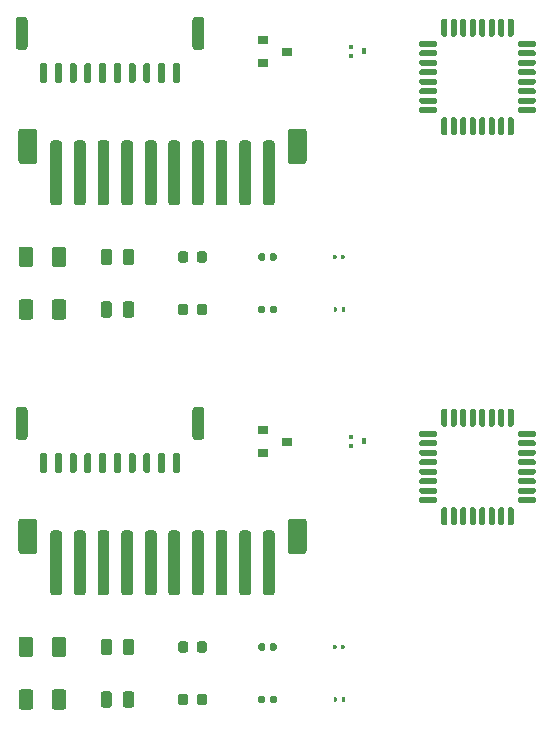
<source format=gbr>
%TF.GenerationSoftware,KiCad,Pcbnew,5.1.6-c6e7f7d~87~ubuntu20.04.1*%
%TF.CreationDate,2020-08-30T17:45:41-04:00*%
%TF.ProjectId,noob_tester,6e6f6f62-5f74-4657-9374-65722e6b6963,rev?*%
%TF.SameCoordinates,Original*%
%TF.FileFunction,Paste,Top*%
%TF.FilePolarity,Positive*%
%FSLAX46Y46*%
G04 Gerber Fmt 4.6, Leading zero omitted, Abs format (unit mm)*
G04 Created by KiCad (PCBNEW 5.1.6-c6e7f7d~87~ubuntu20.04.1) date 2020-08-30 17:45:41*
%MOMM*%
%LPD*%
G01*
G04 APERTURE LIST*
%ADD10R,0.900000X0.800000*%
%ADD11R,0.450000X0.400000*%
%ADD12R,0.450000X0.500000*%
G04 APERTURE END LIST*
%TO.C,U1b*%
G36*
G01*
X139855000Y-101465000D02*
X139855000Y-101215000D01*
G75*
G02*
X139980000Y-101090000I125000J0D01*
G01*
X141230000Y-101090000D01*
G75*
G02*
X141355000Y-101215000I0J-125000D01*
G01*
X141355000Y-101465000D01*
G75*
G02*
X141230000Y-101590000I-125000J0D01*
G01*
X139980000Y-101590000D01*
G75*
G02*
X139855000Y-101465000I0J125000D01*
G01*
G37*
G36*
G01*
X139855000Y-102265000D02*
X139855000Y-102015000D01*
G75*
G02*
X139980000Y-101890000I125000J0D01*
G01*
X141230000Y-101890000D01*
G75*
G02*
X141355000Y-102015000I0J-125000D01*
G01*
X141355000Y-102265000D01*
G75*
G02*
X141230000Y-102390000I-125000J0D01*
G01*
X139980000Y-102390000D01*
G75*
G02*
X139855000Y-102265000I0J125000D01*
G01*
G37*
G36*
G01*
X139855000Y-103065000D02*
X139855000Y-102815000D01*
G75*
G02*
X139980000Y-102690000I125000J0D01*
G01*
X141230000Y-102690000D01*
G75*
G02*
X141355000Y-102815000I0J-125000D01*
G01*
X141355000Y-103065000D01*
G75*
G02*
X141230000Y-103190000I-125000J0D01*
G01*
X139980000Y-103190000D01*
G75*
G02*
X139855000Y-103065000I0J125000D01*
G01*
G37*
G36*
G01*
X139855000Y-103865000D02*
X139855000Y-103615000D01*
G75*
G02*
X139980000Y-103490000I125000J0D01*
G01*
X141230000Y-103490000D01*
G75*
G02*
X141355000Y-103615000I0J-125000D01*
G01*
X141355000Y-103865000D01*
G75*
G02*
X141230000Y-103990000I-125000J0D01*
G01*
X139980000Y-103990000D01*
G75*
G02*
X139855000Y-103865000I0J125000D01*
G01*
G37*
G36*
G01*
X139855000Y-104665000D02*
X139855000Y-104415000D01*
G75*
G02*
X139980000Y-104290000I125000J0D01*
G01*
X141230000Y-104290000D01*
G75*
G02*
X141355000Y-104415000I0J-125000D01*
G01*
X141355000Y-104665000D01*
G75*
G02*
X141230000Y-104790000I-125000J0D01*
G01*
X139980000Y-104790000D01*
G75*
G02*
X139855000Y-104665000I0J125000D01*
G01*
G37*
G36*
G01*
X139855000Y-105465000D02*
X139855000Y-105215000D01*
G75*
G02*
X139980000Y-105090000I125000J0D01*
G01*
X141230000Y-105090000D01*
G75*
G02*
X141355000Y-105215000I0J-125000D01*
G01*
X141355000Y-105465000D01*
G75*
G02*
X141230000Y-105590000I-125000J0D01*
G01*
X139980000Y-105590000D01*
G75*
G02*
X139855000Y-105465000I0J125000D01*
G01*
G37*
G36*
G01*
X139855000Y-106265000D02*
X139855000Y-106015000D01*
G75*
G02*
X139980000Y-105890000I125000J0D01*
G01*
X141230000Y-105890000D01*
G75*
G02*
X141355000Y-106015000I0J-125000D01*
G01*
X141355000Y-106265000D01*
G75*
G02*
X141230000Y-106390000I-125000J0D01*
G01*
X139980000Y-106390000D01*
G75*
G02*
X139855000Y-106265000I0J125000D01*
G01*
G37*
G36*
G01*
X139855000Y-107065000D02*
X139855000Y-106815000D01*
G75*
G02*
X139980000Y-106690000I125000J0D01*
G01*
X141230000Y-106690000D01*
G75*
G02*
X141355000Y-106815000I0J-125000D01*
G01*
X141355000Y-107065000D01*
G75*
G02*
X141230000Y-107190000I-125000J0D01*
G01*
X139980000Y-107190000D01*
G75*
G02*
X139855000Y-107065000I0J125000D01*
G01*
G37*
G36*
G01*
X141730000Y-108940000D02*
X141730000Y-107690000D01*
G75*
G02*
X141855000Y-107565000I125000J0D01*
G01*
X142105000Y-107565000D01*
G75*
G02*
X142230000Y-107690000I0J-125000D01*
G01*
X142230000Y-108940000D01*
G75*
G02*
X142105000Y-109065000I-125000J0D01*
G01*
X141855000Y-109065000D01*
G75*
G02*
X141730000Y-108940000I0J125000D01*
G01*
G37*
G36*
G01*
X142530000Y-108940000D02*
X142530000Y-107690000D01*
G75*
G02*
X142655000Y-107565000I125000J0D01*
G01*
X142905000Y-107565000D01*
G75*
G02*
X143030000Y-107690000I0J-125000D01*
G01*
X143030000Y-108940000D01*
G75*
G02*
X142905000Y-109065000I-125000J0D01*
G01*
X142655000Y-109065000D01*
G75*
G02*
X142530000Y-108940000I0J125000D01*
G01*
G37*
G36*
G01*
X143330000Y-108940000D02*
X143330000Y-107690000D01*
G75*
G02*
X143455000Y-107565000I125000J0D01*
G01*
X143705000Y-107565000D01*
G75*
G02*
X143830000Y-107690000I0J-125000D01*
G01*
X143830000Y-108940000D01*
G75*
G02*
X143705000Y-109065000I-125000J0D01*
G01*
X143455000Y-109065000D01*
G75*
G02*
X143330000Y-108940000I0J125000D01*
G01*
G37*
G36*
G01*
X144130000Y-108940000D02*
X144130000Y-107690000D01*
G75*
G02*
X144255000Y-107565000I125000J0D01*
G01*
X144505000Y-107565000D01*
G75*
G02*
X144630000Y-107690000I0J-125000D01*
G01*
X144630000Y-108940000D01*
G75*
G02*
X144505000Y-109065000I-125000J0D01*
G01*
X144255000Y-109065000D01*
G75*
G02*
X144130000Y-108940000I0J125000D01*
G01*
G37*
G36*
G01*
X144930000Y-108940000D02*
X144930000Y-107690000D01*
G75*
G02*
X145055000Y-107565000I125000J0D01*
G01*
X145305000Y-107565000D01*
G75*
G02*
X145430000Y-107690000I0J-125000D01*
G01*
X145430000Y-108940000D01*
G75*
G02*
X145305000Y-109065000I-125000J0D01*
G01*
X145055000Y-109065000D01*
G75*
G02*
X144930000Y-108940000I0J125000D01*
G01*
G37*
G36*
G01*
X145730000Y-108940000D02*
X145730000Y-107690000D01*
G75*
G02*
X145855000Y-107565000I125000J0D01*
G01*
X146105000Y-107565000D01*
G75*
G02*
X146230000Y-107690000I0J-125000D01*
G01*
X146230000Y-108940000D01*
G75*
G02*
X146105000Y-109065000I-125000J0D01*
G01*
X145855000Y-109065000D01*
G75*
G02*
X145730000Y-108940000I0J125000D01*
G01*
G37*
G36*
G01*
X146530000Y-108940000D02*
X146530000Y-107690000D01*
G75*
G02*
X146655000Y-107565000I125000J0D01*
G01*
X146905000Y-107565000D01*
G75*
G02*
X147030000Y-107690000I0J-125000D01*
G01*
X147030000Y-108940000D01*
G75*
G02*
X146905000Y-109065000I-125000J0D01*
G01*
X146655000Y-109065000D01*
G75*
G02*
X146530000Y-108940000I0J125000D01*
G01*
G37*
G36*
G01*
X147330000Y-108940000D02*
X147330000Y-107690000D01*
G75*
G02*
X147455000Y-107565000I125000J0D01*
G01*
X147705000Y-107565000D01*
G75*
G02*
X147830000Y-107690000I0J-125000D01*
G01*
X147830000Y-108940000D01*
G75*
G02*
X147705000Y-109065000I-125000J0D01*
G01*
X147455000Y-109065000D01*
G75*
G02*
X147330000Y-108940000I0J125000D01*
G01*
G37*
G36*
G01*
X148205000Y-107065000D02*
X148205000Y-106815000D01*
G75*
G02*
X148330000Y-106690000I125000J0D01*
G01*
X149580000Y-106690000D01*
G75*
G02*
X149705000Y-106815000I0J-125000D01*
G01*
X149705000Y-107065000D01*
G75*
G02*
X149580000Y-107190000I-125000J0D01*
G01*
X148330000Y-107190000D01*
G75*
G02*
X148205000Y-107065000I0J125000D01*
G01*
G37*
G36*
G01*
X148205000Y-106265000D02*
X148205000Y-106015000D01*
G75*
G02*
X148330000Y-105890000I125000J0D01*
G01*
X149580000Y-105890000D01*
G75*
G02*
X149705000Y-106015000I0J-125000D01*
G01*
X149705000Y-106265000D01*
G75*
G02*
X149580000Y-106390000I-125000J0D01*
G01*
X148330000Y-106390000D01*
G75*
G02*
X148205000Y-106265000I0J125000D01*
G01*
G37*
G36*
G01*
X148205000Y-105465000D02*
X148205000Y-105215000D01*
G75*
G02*
X148330000Y-105090000I125000J0D01*
G01*
X149580000Y-105090000D01*
G75*
G02*
X149705000Y-105215000I0J-125000D01*
G01*
X149705000Y-105465000D01*
G75*
G02*
X149580000Y-105590000I-125000J0D01*
G01*
X148330000Y-105590000D01*
G75*
G02*
X148205000Y-105465000I0J125000D01*
G01*
G37*
G36*
G01*
X148205000Y-104665000D02*
X148205000Y-104415000D01*
G75*
G02*
X148330000Y-104290000I125000J0D01*
G01*
X149580000Y-104290000D01*
G75*
G02*
X149705000Y-104415000I0J-125000D01*
G01*
X149705000Y-104665000D01*
G75*
G02*
X149580000Y-104790000I-125000J0D01*
G01*
X148330000Y-104790000D01*
G75*
G02*
X148205000Y-104665000I0J125000D01*
G01*
G37*
G36*
G01*
X148205000Y-103865000D02*
X148205000Y-103615000D01*
G75*
G02*
X148330000Y-103490000I125000J0D01*
G01*
X149580000Y-103490000D01*
G75*
G02*
X149705000Y-103615000I0J-125000D01*
G01*
X149705000Y-103865000D01*
G75*
G02*
X149580000Y-103990000I-125000J0D01*
G01*
X148330000Y-103990000D01*
G75*
G02*
X148205000Y-103865000I0J125000D01*
G01*
G37*
G36*
G01*
X148205000Y-103065000D02*
X148205000Y-102815000D01*
G75*
G02*
X148330000Y-102690000I125000J0D01*
G01*
X149580000Y-102690000D01*
G75*
G02*
X149705000Y-102815000I0J-125000D01*
G01*
X149705000Y-103065000D01*
G75*
G02*
X149580000Y-103190000I-125000J0D01*
G01*
X148330000Y-103190000D01*
G75*
G02*
X148205000Y-103065000I0J125000D01*
G01*
G37*
G36*
G01*
X148205000Y-102265000D02*
X148205000Y-102015000D01*
G75*
G02*
X148330000Y-101890000I125000J0D01*
G01*
X149580000Y-101890000D01*
G75*
G02*
X149705000Y-102015000I0J-125000D01*
G01*
X149705000Y-102265000D01*
G75*
G02*
X149580000Y-102390000I-125000J0D01*
G01*
X148330000Y-102390000D01*
G75*
G02*
X148205000Y-102265000I0J125000D01*
G01*
G37*
G36*
G01*
X148205000Y-101465000D02*
X148205000Y-101215000D01*
G75*
G02*
X148330000Y-101090000I125000J0D01*
G01*
X149580000Y-101090000D01*
G75*
G02*
X149705000Y-101215000I0J-125000D01*
G01*
X149705000Y-101465000D01*
G75*
G02*
X149580000Y-101590000I-125000J0D01*
G01*
X148330000Y-101590000D01*
G75*
G02*
X148205000Y-101465000I0J125000D01*
G01*
G37*
G36*
G01*
X147330000Y-100590000D02*
X147330000Y-99340000D01*
G75*
G02*
X147455000Y-99215000I125000J0D01*
G01*
X147705000Y-99215000D01*
G75*
G02*
X147830000Y-99340000I0J-125000D01*
G01*
X147830000Y-100590000D01*
G75*
G02*
X147705000Y-100715000I-125000J0D01*
G01*
X147455000Y-100715000D01*
G75*
G02*
X147330000Y-100590000I0J125000D01*
G01*
G37*
G36*
G01*
X146530000Y-100590000D02*
X146530000Y-99340000D01*
G75*
G02*
X146655000Y-99215000I125000J0D01*
G01*
X146905000Y-99215000D01*
G75*
G02*
X147030000Y-99340000I0J-125000D01*
G01*
X147030000Y-100590000D01*
G75*
G02*
X146905000Y-100715000I-125000J0D01*
G01*
X146655000Y-100715000D01*
G75*
G02*
X146530000Y-100590000I0J125000D01*
G01*
G37*
G36*
G01*
X145730000Y-100590000D02*
X145730000Y-99340000D01*
G75*
G02*
X145855000Y-99215000I125000J0D01*
G01*
X146105000Y-99215000D01*
G75*
G02*
X146230000Y-99340000I0J-125000D01*
G01*
X146230000Y-100590000D01*
G75*
G02*
X146105000Y-100715000I-125000J0D01*
G01*
X145855000Y-100715000D01*
G75*
G02*
X145730000Y-100590000I0J125000D01*
G01*
G37*
G36*
G01*
X144930000Y-100590000D02*
X144930000Y-99340000D01*
G75*
G02*
X145055000Y-99215000I125000J0D01*
G01*
X145305000Y-99215000D01*
G75*
G02*
X145430000Y-99340000I0J-125000D01*
G01*
X145430000Y-100590000D01*
G75*
G02*
X145305000Y-100715000I-125000J0D01*
G01*
X145055000Y-100715000D01*
G75*
G02*
X144930000Y-100590000I0J125000D01*
G01*
G37*
G36*
G01*
X144130000Y-100590000D02*
X144130000Y-99340000D01*
G75*
G02*
X144255000Y-99215000I125000J0D01*
G01*
X144505000Y-99215000D01*
G75*
G02*
X144630000Y-99340000I0J-125000D01*
G01*
X144630000Y-100590000D01*
G75*
G02*
X144505000Y-100715000I-125000J0D01*
G01*
X144255000Y-100715000D01*
G75*
G02*
X144130000Y-100590000I0J125000D01*
G01*
G37*
G36*
G01*
X143330000Y-100590000D02*
X143330000Y-99340000D01*
G75*
G02*
X143455000Y-99215000I125000J0D01*
G01*
X143705000Y-99215000D01*
G75*
G02*
X143830000Y-99340000I0J-125000D01*
G01*
X143830000Y-100590000D01*
G75*
G02*
X143705000Y-100715000I-125000J0D01*
G01*
X143455000Y-100715000D01*
G75*
G02*
X143330000Y-100590000I0J125000D01*
G01*
G37*
G36*
G01*
X142530000Y-100590000D02*
X142530000Y-99340000D01*
G75*
G02*
X142655000Y-99215000I125000J0D01*
G01*
X142905000Y-99215000D01*
G75*
G02*
X143030000Y-99340000I0J-125000D01*
G01*
X143030000Y-100590000D01*
G75*
G02*
X142905000Y-100715000I-125000J0D01*
G01*
X142655000Y-100715000D01*
G75*
G02*
X142530000Y-100590000I0J125000D01*
G01*
G37*
G36*
G01*
X141730000Y-100590000D02*
X141730000Y-99340000D01*
G75*
G02*
X141855000Y-99215000I125000J0D01*
G01*
X142105000Y-99215000D01*
G75*
G02*
X142230000Y-99340000I0J-125000D01*
G01*
X142230000Y-100590000D01*
G75*
G02*
X142105000Y-100715000I-125000J0D01*
G01*
X141855000Y-100715000D01*
G75*
G02*
X141730000Y-100590000I0J125000D01*
G01*
G37*
%TD*%
%TO.C,U1a*%
G36*
G01*
X141730000Y-67570000D02*
X141730000Y-66320000D01*
G75*
G02*
X141855000Y-66195000I125000J0D01*
G01*
X142105000Y-66195000D01*
G75*
G02*
X142230000Y-66320000I0J-125000D01*
G01*
X142230000Y-67570000D01*
G75*
G02*
X142105000Y-67695000I-125000J0D01*
G01*
X141855000Y-67695000D01*
G75*
G02*
X141730000Y-67570000I0J125000D01*
G01*
G37*
G36*
G01*
X142530000Y-67570000D02*
X142530000Y-66320000D01*
G75*
G02*
X142655000Y-66195000I125000J0D01*
G01*
X142905000Y-66195000D01*
G75*
G02*
X143030000Y-66320000I0J-125000D01*
G01*
X143030000Y-67570000D01*
G75*
G02*
X142905000Y-67695000I-125000J0D01*
G01*
X142655000Y-67695000D01*
G75*
G02*
X142530000Y-67570000I0J125000D01*
G01*
G37*
G36*
G01*
X143330000Y-67570000D02*
X143330000Y-66320000D01*
G75*
G02*
X143455000Y-66195000I125000J0D01*
G01*
X143705000Y-66195000D01*
G75*
G02*
X143830000Y-66320000I0J-125000D01*
G01*
X143830000Y-67570000D01*
G75*
G02*
X143705000Y-67695000I-125000J0D01*
G01*
X143455000Y-67695000D01*
G75*
G02*
X143330000Y-67570000I0J125000D01*
G01*
G37*
G36*
G01*
X144130000Y-67570000D02*
X144130000Y-66320000D01*
G75*
G02*
X144255000Y-66195000I125000J0D01*
G01*
X144505000Y-66195000D01*
G75*
G02*
X144630000Y-66320000I0J-125000D01*
G01*
X144630000Y-67570000D01*
G75*
G02*
X144505000Y-67695000I-125000J0D01*
G01*
X144255000Y-67695000D01*
G75*
G02*
X144130000Y-67570000I0J125000D01*
G01*
G37*
G36*
G01*
X144930000Y-67570000D02*
X144930000Y-66320000D01*
G75*
G02*
X145055000Y-66195000I125000J0D01*
G01*
X145305000Y-66195000D01*
G75*
G02*
X145430000Y-66320000I0J-125000D01*
G01*
X145430000Y-67570000D01*
G75*
G02*
X145305000Y-67695000I-125000J0D01*
G01*
X145055000Y-67695000D01*
G75*
G02*
X144930000Y-67570000I0J125000D01*
G01*
G37*
G36*
G01*
X145730000Y-67570000D02*
X145730000Y-66320000D01*
G75*
G02*
X145855000Y-66195000I125000J0D01*
G01*
X146105000Y-66195000D01*
G75*
G02*
X146230000Y-66320000I0J-125000D01*
G01*
X146230000Y-67570000D01*
G75*
G02*
X146105000Y-67695000I-125000J0D01*
G01*
X145855000Y-67695000D01*
G75*
G02*
X145730000Y-67570000I0J125000D01*
G01*
G37*
G36*
G01*
X146530000Y-67570000D02*
X146530000Y-66320000D01*
G75*
G02*
X146655000Y-66195000I125000J0D01*
G01*
X146905000Y-66195000D01*
G75*
G02*
X147030000Y-66320000I0J-125000D01*
G01*
X147030000Y-67570000D01*
G75*
G02*
X146905000Y-67695000I-125000J0D01*
G01*
X146655000Y-67695000D01*
G75*
G02*
X146530000Y-67570000I0J125000D01*
G01*
G37*
G36*
G01*
X147330000Y-67570000D02*
X147330000Y-66320000D01*
G75*
G02*
X147455000Y-66195000I125000J0D01*
G01*
X147705000Y-66195000D01*
G75*
G02*
X147830000Y-66320000I0J-125000D01*
G01*
X147830000Y-67570000D01*
G75*
G02*
X147705000Y-67695000I-125000J0D01*
G01*
X147455000Y-67695000D01*
G75*
G02*
X147330000Y-67570000I0J125000D01*
G01*
G37*
G36*
G01*
X148205000Y-68445000D02*
X148205000Y-68195000D01*
G75*
G02*
X148330000Y-68070000I125000J0D01*
G01*
X149580000Y-68070000D01*
G75*
G02*
X149705000Y-68195000I0J-125000D01*
G01*
X149705000Y-68445000D01*
G75*
G02*
X149580000Y-68570000I-125000J0D01*
G01*
X148330000Y-68570000D01*
G75*
G02*
X148205000Y-68445000I0J125000D01*
G01*
G37*
G36*
G01*
X148205000Y-69245000D02*
X148205000Y-68995000D01*
G75*
G02*
X148330000Y-68870000I125000J0D01*
G01*
X149580000Y-68870000D01*
G75*
G02*
X149705000Y-68995000I0J-125000D01*
G01*
X149705000Y-69245000D01*
G75*
G02*
X149580000Y-69370000I-125000J0D01*
G01*
X148330000Y-69370000D01*
G75*
G02*
X148205000Y-69245000I0J125000D01*
G01*
G37*
G36*
G01*
X148205000Y-70045000D02*
X148205000Y-69795000D01*
G75*
G02*
X148330000Y-69670000I125000J0D01*
G01*
X149580000Y-69670000D01*
G75*
G02*
X149705000Y-69795000I0J-125000D01*
G01*
X149705000Y-70045000D01*
G75*
G02*
X149580000Y-70170000I-125000J0D01*
G01*
X148330000Y-70170000D01*
G75*
G02*
X148205000Y-70045000I0J125000D01*
G01*
G37*
G36*
G01*
X148205000Y-70845000D02*
X148205000Y-70595000D01*
G75*
G02*
X148330000Y-70470000I125000J0D01*
G01*
X149580000Y-70470000D01*
G75*
G02*
X149705000Y-70595000I0J-125000D01*
G01*
X149705000Y-70845000D01*
G75*
G02*
X149580000Y-70970000I-125000J0D01*
G01*
X148330000Y-70970000D01*
G75*
G02*
X148205000Y-70845000I0J125000D01*
G01*
G37*
G36*
G01*
X148205000Y-71645000D02*
X148205000Y-71395000D01*
G75*
G02*
X148330000Y-71270000I125000J0D01*
G01*
X149580000Y-71270000D01*
G75*
G02*
X149705000Y-71395000I0J-125000D01*
G01*
X149705000Y-71645000D01*
G75*
G02*
X149580000Y-71770000I-125000J0D01*
G01*
X148330000Y-71770000D01*
G75*
G02*
X148205000Y-71645000I0J125000D01*
G01*
G37*
G36*
G01*
X148205000Y-72445000D02*
X148205000Y-72195000D01*
G75*
G02*
X148330000Y-72070000I125000J0D01*
G01*
X149580000Y-72070000D01*
G75*
G02*
X149705000Y-72195000I0J-125000D01*
G01*
X149705000Y-72445000D01*
G75*
G02*
X149580000Y-72570000I-125000J0D01*
G01*
X148330000Y-72570000D01*
G75*
G02*
X148205000Y-72445000I0J125000D01*
G01*
G37*
G36*
G01*
X148205000Y-73245000D02*
X148205000Y-72995000D01*
G75*
G02*
X148330000Y-72870000I125000J0D01*
G01*
X149580000Y-72870000D01*
G75*
G02*
X149705000Y-72995000I0J-125000D01*
G01*
X149705000Y-73245000D01*
G75*
G02*
X149580000Y-73370000I-125000J0D01*
G01*
X148330000Y-73370000D01*
G75*
G02*
X148205000Y-73245000I0J125000D01*
G01*
G37*
G36*
G01*
X148205000Y-74045000D02*
X148205000Y-73795000D01*
G75*
G02*
X148330000Y-73670000I125000J0D01*
G01*
X149580000Y-73670000D01*
G75*
G02*
X149705000Y-73795000I0J-125000D01*
G01*
X149705000Y-74045000D01*
G75*
G02*
X149580000Y-74170000I-125000J0D01*
G01*
X148330000Y-74170000D01*
G75*
G02*
X148205000Y-74045000I0J125000D01*
G01*
G37*
G36*
G01*
X147330000Y-75920000D02*
X147330000Y-74670000D01*
G75*
G02*
X147455000Y-74545000I125000J0D01*
G01*
X147705000Y-74545000D01*
G75*
G02*
X147830000Y-74670000I0J-125000D01*
G01*
X147830000Y-75920000D01*
G75*
G02*
X147705000Y-76045000I-125000J0D01*
G01*
X147455000Y-76045000D01*
G75*
G02*
X147330000Y-75920000I0J125000D01*
G01*
G37*
G36*
G01*
X146530000Y-75920000D02*
X146530000Y-74670000D01*
G75*
G02*
X146655000Y-74545000I125000J0D01*
G01*
X146905000Y-74545000D01*
G75*
G02*
X147030000Y-74670000I0J-125000D01*
G01*
X147030000Y-75920000D01*
G75*
G02*
X146905000Y-76045000I-125000J0D01*
G01*
X146655000Y-76045000D01*
G75*
G02*
X146530000Y-75920000I0J125000D01*
G01*
G37*
G36*
G01*
X145730000Y-75920000D02*
X145730000Y-74670000D01*
G75*
G02*
X145855000Y-74545000I125000J0D01*
G01*
X146105000Y-74545000D01*
G75*
G02*
X146230000Y-74670000I0J-125000D01*
G01*
X146230000Y-75920000D01*
G75*
G02*
X146105000Y-76045000I-125000J0D01*
G01*
X145855000Y-76045000D01*
G75*
G02*
X145730000Y-75920000I0J125000D01*
G01*
G37*
G36*
G01*
X144930000Y-75920000D02*
X144930000Y-74670000D01*
G75*
G02*
X145055000Y-74545000I125000J0D01*
G01*
X145305000Y-74545000D01*
G75*
G02*
X145430000Y-74670000I0J-125000D01*
G01*
X145430000Y-75920000D01*
G75*
G02*
X145305000Y-76045000I-125000J0D01*
G01*
X145055000Y-76045000D01*
G75*
G02*
X144930000Y-75920000I0J125000D01*
G01*
G37*
G36*
G01*
X144130000Y-75920000D02*
X144130000Y-74670000D01*
G75*
G02*
X144255000Y-74545000I125000J0D01*
G01*
X144505000Y-74545000D01*
G75*
G02*
X144630000Y-74670000I0J-125000D01*
G01*
X144630000Y-75920000D01*
G75*
G02*
X144505000Y-76045000I-125000J0D01*
G01*
X144255000Y-76045000D01*
G75*
G02*
X144130000Y-75920000I0J125000D01*
G01*
G37*
G36*
G01*
X143330000Y-75920000D02*
X143330000Y-74670000D01*
G75*
G02*
X143455000Y-74545000I125000J0D01*
G01*
X143705000Y-74545000D01*
G75*
G02*
X143830000Y-74670000I0J-125000D01*
G01*
X143830000Y-75920000D01*
G75*
G02*
X143705000Y-76045000I-125000J0D01*
G01*
X143455000Y-76045000D01*
G75*
G02*
X143330000Y-75920000I0J125000D01*
G01*
G37*
G36*
G01*
X142530000Y-75920000D02*
X142530000Y-74670000D01*
G75*
G02*
X142655000Y-74545000I125000J0D01*
G01*
X142905000Y-74545000D01*
G75*
G02*
X143030000Y-74670000I0J-125000D01*
G01*
X143030000Y-75920000D01*
G75*
G02*
X142905000Y-76045000I-125000J0D01*
G01*
X142655000Y-76045000D01*
G75*
G02*
X142530000Y-75920000I0J125000D01*
G01*
G37*
G36*
G01*
X141730000Y-75920000D02*
X141730000Y-74670000D01*
G75*
G02*
X141855000Y-74545000I125000J0D01*
G01*
X142105000Y-74545000D01*
G75*
G02*
X142230000Y-74670000I0J-125000D01*
G01*
X142230000Y-75920000D01*
G75*
G02*
X142105000Y-76045000I-125000J0D01*
G01*
X141855000Y-76045000D01*
G75*
G02*
X141730000Y-75920000I0J125000D01*
G01*
G37*
G36*
G01*
X139855000Y-74045000D02*
X139855000Y-73795000D01*
G75*
G02*
X139980000Y-73670000I125000J0D01*
G01*
X141230000Y-73670000D01*
G75*
G02*
X141355000Y-73795000I0J-125000D01*
G01*
X141355000Y-74045000D01*
G75*
G02*
X141230000Y-74170000I-125000J0D01*
G01*
X139980000Y-74170000D01*
G75*
G02*
X139855000Y-74045000I0J125000D01*
G01*
G37*
G36*
G01*
X139855000Y-73245000D02*
X139855000Y-72995000D01*
G75*
G02*
X139980000Y-72870000I125000J0D01*
G01*
X141230000Y-72870000D01*
G75*
G02*
X141355000Y-72995000I0J-125000D01*
G01*
X141355000Y-73245000D01*
G75*
G02*
X141230000Y-73370000I-125000J0D01*
G01*
X139980000Y-73370000D01*
G75*
G02*
X139855000Y-73245000I0J125000D01*
G01*
G37*
G36*
G01*
X139855000Y-72445000D02*
X139855000Y-72195000D01*
G75*
G02*
X139980000Y-72070000I125000J0D01*
G01*
X141230000Y-72070000D01*
G75*
G02*
X141355000Y-72195000I0J-125000D01*
G01*
X141355000Y-72445000D01*
G75*
G02*
X141230000Y-72570000I-125000J0D01*
G01*
X139980000Y-72570000D01*
G75*
G02*
X139855000Y-72445000I0J125000D01*
G01*
G37*
G36*
G01*
X139855000Y-71645000D02*
X139855000Y-71395000D01*
G75*
G02*
X139980000Y-71270000I125000J0D01*
G01*
X141230000Y-71270000D01*
G75*
G02*
X141355000Y-71395000I0J-125000D01*
G01*
X141355000Y-71645000D01*
G75*
G02*
X141230000Y-71770000I-125000J0D01*
G01*
X139980000Y-71770000D01*
G75*
G02*
X139855000Y-71645000I0J125000D01*
G01*
G37*
G36*
G01*
X139855000Y-70845000D02*
X139855000Y-70595000D01*
G75*
G02*
X139980000Y-70470000I125000J0D01*
G01*
X141230000Y-70470000D01*
G75*
G02*
X141355000Y-70595000I0J-125000D01*
G01*
X141355000Y-70845000D01*
G75*
G02*
X141230000Y-70970000I-125000J0D01*
G01*
X139980000Y-70970000D01*
G75*
G02*
X139855000Y-70845000I0J125000D01*
G01*
G37*
G36*
G01*
X139855000Y-70045000D02*
X139855000Y-69795000D01*
G75*
G02*
X139980000Y-69670000I125000J0D01*
G01*
X141230000Y-69670000D01*
G75*
G02*
X141355000Y-69795000I0J-125000D01*
G01*
X141355000Y-70045000D01*
G75*
G02*
X141230000Y-70170000I-125000J0D01*
G01*
X139980000Y-70170000D01*
G75*
G02*
X139855000Y-70045000I0J125000D01*
G01*
G37*
G36*
G01*
X139855000Y-69245000D02*
X139855000Y-68995000D01*
G75*
G02*
X139980000Y-68870000I125000J0D01*
G01*
X141230000Y-68870000D01*
G75*
G02*
X141355000Y-68995000I0J-125000D01*
G01*
X141355000Y-69245000D01*
G75*
G02*
X141230000Y-69370000I-125000J0D01*
G01*
X139980000Y-69370000D01*
G75*
G02*
X139855000Y-69245000I0J125000D01*
G01*
G37*
G36*
G01*
X139855000Y-68445000D02*
X139855000Y-68195000D01*
G75*
G02*
X139980000Y-68070000I125000J0D01*
G01*
X141230000Y-68070000D01*
G75*
G02*
X141355000Y-68195000I0J-125000D01*
G01*
X141355000Y-68445000D01*
G75*
G02*
X141230000Y-68570000I-125000J0D01*
G01*
X139980000Y-68570000D01*
G75*
G02*
X139855000Y-68445000I0J125000D01*
G01*
G37*
%TD*%
%TO.C,J3*%
G36*
G01*
X120640000Y-68584000D02*
X120640000Y-66284000D01*
G75*
G02*
X120890000Y-66034000I250000J0D01*
G01*
X121390000Y-66034000D01*
G75*
G02*
X121640000Y-66284000I0J-250000D01*
G01*
X121640000Y-68584000D01*
G75*
G02*
X121390000Y-68834000I-250000J0D01*
G01*
X120890000Y-68834000D01*
G75*
G02*
X120640000Y-68584000I0J250000D01*
G01*
G37*
G36*
G01*
X105690000Y-68584000D02*
X105690000Y-66284000D01*
G75*
G02*
X105940000Y-66034000I250000J0D01*
G01*
X106440000Y-66034000D01*
G75*
G02*
X106690000Y-66284000I0J-250000D01*
G01*
X106690000Y-68584000D01*
G75*
G02*
X106440000Y-68834000I-250000J0D01*
G01*
X105940000Y-68834000D01*
G75*
G02*
X105690000Y-68584000I0J250000D01*
G01*
G37*
G36*
G01*
X118990000Y-71484000D02*
X118990000Y-70084000D01*
G75*
G02*
X119140000Y-69934000I150000J0D01*
G01*
X119440000Y-69934000D01*
G75*
G02*
X119590000Y-70084000I0J-150000D01*
G01*
X119590000Y-71484000D01*
G75*
G02*
X119440000Y-71634000I-150000J0D01*
G01*
X119140000Y-71634000D01*
G75*
G02*
X118990000Y-71484000I0J150000D01*
G01*
G37*
G36*
G01*
X117740000Y-71484000D02*
X117740000Y-70084000D01*
G75*
G02*
X117890000Y-69934000I150000J0D01*
G01*
X118190000Y-69934000D01*
G75*
G02*
X118340000Y-70084000I0J-150000D01*
G01*
X118340000Y-71484000D01*
G75*
G02*
X118190000Y-71634000I-150000J0D01*
G01*
X117890000Y-71634000D01*
G75*
G02*
X117740000Y-71484000I0J150000D01*
G01*
G37*
G36*
G01*
X116490000Y-71484000D02*
X116490000Y-70084000D01*
G75*
G02*
X116640000Y-69934000I150000J0D01*
G01*
X116940000Y-69934000D01*
G75*
G02*
X117090000Y-70084000I0J-150000D01*
G01*
X117090000Y-71484000D01*
G75*
G02*
X116940000Y-71634000I-150000J0D01*
G01*
X116640000Y-71634000D01*
G75*
G02*
X116490000Y-71484000I0J150000D01*
G01*
G37*
G36*
G01*
X115240000Y-71484000D02*
X115240000Y-70084000D01*
G75*
G02*
X115390000Y-69934000I150000J0D01*
G01*
X115690000Y-69934000D01*
G75*
G02*
X115840000Y-70084000I0J-150000D01*
G01*
X115840000Y-71484000D01*
G75*
G02*
X115690000Y-71634000I-150000J0D01*
G01*
X115390000Y-71634000D01*
G75*
G02*
X115240000Y-71484000I0J150000D01*
G01*
G37*
G36*
G01*
X113990000Y-71484000D02*
X113990000Y-70084000D01*
G75*
G02*
X114140000Y-69934000I150000J0D01*
G01*
X114440000Y-69934000D01*
G75*
G02*
X114590000Y-70084000I0J-150000D01*
G01*
X114590000Y-71484000D01*
G75*
G02*
X114440000Y-71634000I-150000J0D01*
G01*
X114140000Y-71634000D01*
G75*
G02*
X113990000Y-71484000I0J150000D01*
G01*
G37*
G36*
G01*
X112740000Y-71484000D02*
X112740000Y-70084000D01*
G75*
G02*
X112890000Y-69934000I150000J0D01*
G01*
X113190000Y-69934000D01*
G75*
G02*
X113340000Y-70084000I0J-150000D01*
G01*
X113340000Y-71484000D01*
G75*
G02*
X113190000Y-71634000I-150000J0D01*
G01*
X112890000Y-71634000D01*
G75*
G02*
X112740000Y-71484000I0J150000D01*
G01*
G37*
G36*
G01*
X111490000Y-71484000D02*
X111490000Y-70084000D01*
G75*
G02*
X111640000Y-69934000I150000J0D01*
G01*
X111940000Y-69934000D01*
G75*
G02*
X112090000Y-70084000I0J-150000D01*
G01*
X112090000Y-71484000D01*
G75*
G02*
X111940000Y-71634000I-150000J0D01*
G01*
X111640000Y-71634000D01*
G75*
G02*
X111490000Y-71484000I0J150000D01*
G01*
G37*
G36*
G01*
X110240000Y-71484000D02*
X110240000Y-70084000D01*
G75*
G02*
X110390000Y-69934000I150000J0D01*
G01*
X110690000Y-69934000D01*
G75*
G02*
X110840000Y-70084000I0J-150000D01*
G01*
X110840000Y-71484000D01*
G75*
G02*
X110690000Y-71634000I-150000J0D01*
G01*
X110390000Y-71634000D01*
G75*
G02*
X110240000Y-71484000I0J150000D01*
G01*
G37*
G36*
G01*
X108990000Y-71484000D02*
X108990000Y-70084000D01*
G75*
G02*
X109140000Y-69934000I150000J0D01*
G01*
X109440000Y-69934000D01*
G75*
G02*
X109590000Y-70084000I0J-150000D01*
G01*
X109590000Y-71484000D01*
G75*
G02*
X109440000Y-71634000I-150000J0D01*
G01*
X109140000Y-71634000D01*
G75*
G02*
X108990000Y-71484000I0J150000D01*
G01*
G37*
G36*
G01*
X107740000Y-71484000D02*
X107740000Y-70084000D01*
G75*
G02*
X107890000Y-69934000I150000J0D01*
G01*
X108190000Y-69934000D01*
G75*
G02*
X108340000Y-70084000I0J-150000D01*
G01*
X108340000Y-71484000D01*
G75*
G02*
X108190000Y-71634000I-150000J0D01*
G01*
X107890000Y-71634000D01*
G75*
G02*
X107740000Y-71484000I0J150000D01*
G01*
G37*
%TD*%
%TO.C,J4*%
G36*
G01*
X107740000Y-104504000D02*
X107740000Y-103104000D01*
G75*
G02*
X107890000Y-102954000I150000J0D01*
G01*
X108190000Y-102954000D01*
G75*
G02*
X108340000Y-103104000I0J-150000D01*
G01*
X108340000Y-104504000D01*
G75*
G02*
X108190000Y-104654000I-150000J0D01*
G01*
X107890000Y-104654000D01*
G75*
G02*
X107740000Y-104504000I0J150000D01*
G01*
G37*
G36*
G01*
X108990000Y-104504000D02*
X108990000Y-103104000D01*
G75*
G02*
X109140000Y-102954000I150000J0D01*
G01*
X109440000Y-102954000D01*
G75*
G02*
X109590000Y-103104000I0J-150000D01*
G01*
X109590000Y-104504000D01*
G75*
G02*
X109440000Y-104654000I-150000J0D01*
G01*
X109140000Y-104654000D01*
G75*
G02*
X108990000Y-104504000I0J150000D01*
G01*
G37*
G36*
G01*
X110240000Y-104504000D02*
X110240000Y-103104000D01*
G75*
G02*
X110390000Y-102954000I150000J0D01*
G01*
X110690000Y-102954000D01*
G75*
G02*
X110840000Y-103104000I0J-150000D01*
G01*
X110840000Y-104504000D01*
G75*
G02*
X110690000Y-104654000I-150000J0D01*
G01*
X110390000Y-104654000D01*
G75*
G02*
X110240000Y-104504000I0J150000D01*
G01*
G37*
G36*
G01*
X111490000Y-104504000D02*
X111490000Y-103104000D01*
G75*
G02*
X111640000Y-102954000I150000J0D01*
G01*
X111940000Y-102954000D01*
G75*
G02*
X112090000Y-103104000I0J-150000D01*
G01*
X112090000Y-104504000D01*
G75*
G02*
X111940000Y-104654000I-150000J0D01*
G01*
X111640000Y-104654000D01*
G75*
G02*
X111490000Y-104504000I0J150000D01*
G01*
G37*
G36*
G01*
X112740000Y-104504000D02*
X112740000Y-103104000D01*
G75*
G02*
X112890000Y-102954000I150000J0D01*
G01*
X113190000Y-102954000D01*
G75*
G02*
X113340000Y-103104000I0J-150000D01*
G01*
X113340000Y-104504000D01*
G75*
G02*
X113190000Y-104654000I-150000J0D01*
G01*
X112890000Y-104654000D01*
G75*
G02*
X112740000Y-104504000I0J150000D01*
G01*
G37*
G36*
G01*
X113990000Y-104504000D02*
X113990000Y-103104000D01*
G75*
G02*
X114140000Y-102954000I150000J0D01*
G01*
X114440000Y-102954000D01*
G75*
G02*
X114590000Y-103104000I0J-150000D01*
G01*
X114590000Y-104504000D01*
G75*
G02*
X114440000Y-104654000I-150000J0D01*
G01*
X114140000Y-104654000D01*
G75*
G02*
X113990000Y-104504000I0J150000D01*
G01*
G37*
G36*
G01*
X115240000Y-104504000D02*
X115240000Y-103104000D01*
G75*
G02*
X115390000Y-102954000I150000J0D01*
G01*
X115690000Y-102954000D01*
G75*
G02*
X115840000Y-103104000I0J-150000D01*
G01*
X115840000Y-104504000D01*
G75*
G02*
X115690000Y-104654000I-150000J0D01*
G01*
X115390000Y-104654000D01*
G75*
G02*
X115240000Y-104504000I0J150000D01*
G01*
G37*
G36*
G01*
X116490000Y-104504000D02*
X116490000Y-103104000D01*
G75*
G02*
X116640000Y-102954000I150000J0D01*
G01*
X116940000Y-102954000D01*
G75*
G02*
X117090000Y-103104000I0J-150000D01*
G01*
X117090000Y-104504000D01*
G75*
G02*
X116940000Y-104654000I-150000J0D01*
G01*
X116640000Y-104654000D01*
G75*
G02*
X116490000Y-104504000I0J150000D01*
G01*
G37*
G36*
G01*
X117740000Y-104504000D02*
X117740000Y-103104000D01*
G75*
G02*
X117890000Y-102954000I150000J0D01*
G01*
X118190000Y-102954000D01*
G75*
G02*
X118340000Y-103104000I0J-150000D01*
G01*
X118340000Y-104504000D01*
G75*
G02*
X118190000Y-104654000I-150000J0D01*
G01*
X117890000Y-104654000D01*
G75*
G02*
X117740000Y-104504000I0J150000D01*
G01*
G37*
G36*
G01*
X118990000Y-104504000D02*
X118990000Y-103104000D01*
G75*
G02*
X119140000Y-102954000I150000J0D01*
G01*
X119440000Y-102954000D01*
G75*
G02*
X119590000Y-103104000I0J-150000D01*
G01*
X119590000Y-104504000D01*
G75*
G02*
X119440000Y-104654000I-150000J0D01*
G01*
X119140000Y-104654000D01*
G75*
G02*
X118990000Y-104504000I0J150000D01*
G01*
G37*
G36*
G01*
X105690000Y-101604000D02*
X105690000Y-99304000D01*
G75*
G02*
X105940000Y-99054000I250000J0D01*
G01*
X106440000Y-99054000D01*
G75*
G02*
X106690000Y-99304000I0J-250000D01*
G01*
X106690000Y-101604000D01*
G75*
G02*
X106440000Y-101854000I-250000J0D01*
G01*
X105940000Y-101854000D01*
G75*
G02*
X105690000Y-101604000I0J250000D01*
G01*
G37*
G36*
G01*
X120640000Y-101604000D02*
X120640000Y-99304000D01*
G75*
G02*
X120890000Y-99054000I250000J0D01*
G01*
X121390000Y-99054000D01*
G75*
G02*
X121640000Y-99304000I0J-250000D01*
G01*
X121640000Y-101604000D01*
G75*
G02*
X121390000Y-101854000I-250000J0D01*
G01*
X120890000Y-101854000D01*
G75*
G02*
X120640000Y-101604000I0J250000D01*
G01*
G37*
%TD*%
D10*
%TO.C,Q1*%
X128635000Y-101985000D03*
X126635000Y-102935000D03*
X126635000Y-101035000D03*
%TD*%
%TO.C,Q3*%
X126635000Y-68015000D03*
X126635000Y-69915000D03*
X128635000Y-68965000D03*
%TD*%
%TO.C,R1*%
G36*
G01*
X108725000Y-120005000D02*
X108725000Y-118755000D01*
G75*
G02*
X108975000Y-118505000I250000J0D01*
G01*
X109725000Y-118505000D01*
G75*
G02*
X109975000Y-118755000I0J-250000D01*
G01*
X109975000Y-120005000D01*
G75*
G02*
X109725000Y-120255000I-250000J0D01*
G01*
X108975000Y-120255000D01*
G75*
G02*
X108725000Y-120005000I0J250000D01*
G01*
G37*
G36*
G01*
X105925000Y-120005000D02*
X105925000Y-118755000D01*
G75*
G02*
X106175000Y-118505000I250000J0D01*
G01*
X106925000Y-118505000D01*
G75*
G02*
X107175000Y-118755000I0J-250000D01*
G01*
X107175000Y-120005000D01*
G75*
G02*
X106925000Y-120255000I-250000J0D01*
G01*
X106175000Y-120255000D01*
G75*
G02*
X105925000Y-120005000I0J250000D01*
G01*
G37*
%TD*%
%TO.C,R2*%
G36*
G01*
X107175000Y-85735000D02*
X107175000Y-86985000D01*
G75*
G02*
X106925000Y-87235000I-250000J0D01*
G01*
X106175000Y-87235000D01*
G75*
G02*
X105925000Y-86985000I0J250000D01*
G01*
X105925000Y-85735000D01*
G75*
G02*
X106175000Y-85485000I250000J0D01*
G01*
X106925000Y-85485000D01*
G75*
G02*
X107175000Y-85735000I0J-250000D01*
G01*
G37*
G36*
G01*
X109975000Y-85735000D02*
X109975000Y-86985000D01*
G75*
G02*
X109725000Y-87235000I-250000J0D01*
G01*
X108975000Y-87235000D01*
G75*
G02*
X108725000Y-86985000I0J250000D01*
G01*
X108725000Y-85735000D01*
G75*
G02*
X108975000Y-85485000I250000J0D01*
G01*
X109725000Y-85485000D01*
G75*
G02*
X109975000Y-85735000I0J-250000D01*
G01*
G37*
%TD*%
%TO.C,R3*%
G36*
G01*
X105925000Y-124450000D02*
X105925000Y-123200000D01*
G75*
G02*
X106175000Y-122950000I250000J0D01*
G01*
X106925000Y-122950000D01*
G75*
G02*
X107175000Y-123200000I0J-250000D01*
G01*
X107175000Y-124450000D01*
G75*
G02*
X106925000Y-124700000I-250000J0D01*
G01*
X106175000Y-124700000D01*
G75*
G02*
X105925000Y-124450000I0J250000D01*
G01*
G37*
G36*
G01*
X108725000Y-124450000D02*
X108725000Y-123200000D01*
G75*
G02*
X108975000Y-122950000I250000J0D01*
G01*
X109725000Y-122950000D01*
G75*
G02*
X109975000Y-123200000I0J-250000D01*
G01*
X109975000Y-124450000D01*
G75*
G02*
X109725000Y-124700000I-250000J0D01*
G01*
X108975000Y-124700000D01*
G75*
G02*
X108725000Y-124450000I0J250000D01*
G01*
G37*
%TD*%
%TO.C,R4*%
G36*
G01*
X109975000Y-90180000D02*
X109975000Y-91430000D01*
G75*
G02*
X109725000Y-91680000I-250000J0D01*
G01*
X108975000Y-91680000D01*
G75*
G02*
X108725000Y-91430000I0J250000D01*
G01*
X108725000Y-90180000D01*
G75*
G02*
X108975000Y-89930000I250000J0D01*
G01*
X109725000Y-89930000D01*
G75*
G02*
X109975000Y-90180000I0J-250000D01*
G01*
G37*
G36*
G01*
X107175000Y-90180000D02*
X107175000Y-91430000D01*
G75*
G02*
X106925000Y-91680000I-250000J0D01*
G01*
X106175000Y-91680000D01*
G75*
G02*
X105925000Y-91430000I0J250000D01*
G01*
X105925000Y-90180000D01*
G75*
G02*
X106175000Y-89930000I250000J0D01*
G01*
X106925000Y-89930000D01*
G75*
G02*
X107175000Y-90180000I0J-250000D01*
G01*
G37*
%TD*%
%TO.C,R5*%
G36*
G01*
X114750000Y-86816250D02*
X114750000Y-85903750D01*
G75*
G02*
X114993750Y-85660000I243750J0D01*
G01*
X115481250Y-85660000D01*
G75*
G02*
X115725000Y-85903750I0J-243750D01*
G01*
X115725000Y-86816250D01*
G75*
G02*
X115481250Y-87060000I-243750J0D01*
G01*
X114993750Y-87060000D01*
G75*
G02*
X114750000Y-86816250I0J243750D01*
G01*
G37*
G36*
G01*
X112875000Y-86816250D02*
X112875000Y-85903750D01*
G75*
G02*
X113118750Y-85660000I243750J0D01*
G01*
X113606250Y-85660000D01*
G75*
G02*
X113850000Y-85903750I0J-243750D01*
G01*
X113850000Y-86816250D01*
G75*
G02*
X113606250Y-87060000I-243750J0D01*
G01*
X113118750Y-87060000D01*
G75*
G02*
X112875000Y-86816250I0J243750D01*
G01*
G37*
%TD*%
%TO.C,R6*%
G36*
G01*
X113850000Y-90348750D02*
X113850000Y-91261250D01*
G75*
G02*
X113606250Y-91505000I-243750J0D01*
G01*
X113118750Y-91505000D01*
G75*
G02*
X112875000Y-91261250I0J243750D01*
G01*
X112875000Y-90348750D01*
G75*
G02*
X113118750Y-90105000I243750J0D01*
G01*
X113606250Y-90105000D01*
G75*
G02*
X113850000Y-90348750I0J-243750D01*
G01*
G37*
G36*
G01*
X115725000Y-90348750D02*
X115725000Y-91261250D01*
G75*
G02*
X115481250Y-91505000I-243750J0D01*
G01*
X114993750Y-91505000D01*
G75*
G02*
X114750000Y-91261250I0J243750D01*
G01*
X114750000Y-90348750D01*
G75*
G02*
X114993750Y-90105000I243750J0D01*
G01*
X115481250Y-90105000D01*
G75*
G02*
X115725000Y-90348750I0J-243750D01*
G01*
G37*
%TD*%
%TO.C,R7*%
G36*
G01*
X112875000Y-119836250D02*
X112875000Y-118923750D01*
G75*
G02*
X113118750Y-118680000I243750J0D01*
G01*
X113606250Y-118680000D01*
G75*
G02*
X113850000Y-118923750I0J-243750D01*
G01*
X113850000Y-119836250D01*
G75*
G02*
X113606250Y-120080000I-243750J0D01*
G01*
X113118750Y-120080000D01*
G75*
G02*
X112875000Y-119836250I0J243750D01*
G01*
G37*
G36*
G01*
X114750000Y-119836250D02*
X114750000Y-118923750D01*
G75*
G02*
X114993750Y-118680000I243750J0D01*
G01*
X115481250Y-118680000D01*
G75*
G02*
X115725000Y-118923750I0J-243750D01*
G01*
X115725000Y-119836250D01*
G75*
G02*
X115481250Y-120080000I-243750J0D01*
G01*
X114993750Y-120080000D01*
G75*
G02*
X114750000Y-119836250I0J243750D01*
G01*
G37*
%TD*%
%TO.C,R8*%
G36*
G01*
X115725000Y-123368750D02*
X115725000Y-124281250D01*
G75*
G02*
X115481250Y-124525000I-243750J0D01*
G01*
X114993750Y-124525000D01*
G75*
G02*
X114750000Y-124281250I0J243750D01*
G01*
X114750000Y-123368750D01*
G75*
G02*
X114993750Y-123125000I243750J0D01*
G01*
X115481250Y-123125000D01*
G75*
G02*
X115725000Y-123368750I0J-243750D01*
G01*
G37*
G36*
G01*
X113850000Y-123368750D02*
X113850000Y-124281250D01*
G75*
G02*
X113606250Y-124525000I-243750J0D01*
G01*
X113118750Y-124525000D01*
G75*
G02*
X112875000Y-124281250I0J243750D01*
G01*
X112875000Y-123368750D01*
G75*
G02*
X113118750Y-123125000I243750J0D01*
G01*
X113606250Y-123125000D01*
G75*
G02*
X113850000Y-123368750I0J-243750D01*
G01*
G37*
%TD*%
%TO.C,R9*%
G36*
G01*
X119425000Y-119636250D02*
X119425000Y-119123750D01*
G75*
G02*
X119643750Y-118905000I218750J0D01*
G01*
X120081250Y-118905000D01*
G75*
G02*
X120300000Y-119123750I0J-218750D01*
G01*
X120300000Y-119636250D01*
G75*
G02*
X120081250Y-119855000I-218750J0D01*
G01*
X119643750Y-119855000D01*
G75*
G02*
X119425000Y-119636250I0J218750D01*
G01*
G37*
G36*
G01*
X121000000Y-119636250D02*
X121000000Y-119123750D01*
G75*
G02*
X121218750Y-118905000I218750J0D01*
G01*
X121656250Y-118905000D01*
G75*
G02*
X121875000Y-119123750I0J-218750D01*
G01*
X121875000Y-119636250D01*
G75*
G02*
X121656250Y-119855000I-218750J0D01*
G01*
X121218750Y-119855000D01*
G75*
G02*
X121000000Y-119636250I0J218750D01*
G01*
G37*
%TD*%
%TO.C,R10*%
G36*
G01*
X120300000Y-123568750D02*
X120300000Y-124081250D01*
G75*
G02*
X120081250Y-124300000I-218750J0D01*
G01*
X119643750Y-124300000D01*
G75*
G02*
X119425000Y-124081250I0J218750D01*
G01*
X119425000Y-123568750D01*
G75*
G02*
X119643750Y-123350000I218750J0D01*
G01*
X120081250Y-123350000D01*
G75*
G02*
X120300000Y-123568750I0J-218750D01*
G01*
G37*
G36*
G01*
X121875000Y-123568750D02*
X121875000Y-124081250D01*
G75*
G02*
X121656250Y-124300000I-218750J0D01*
G01*
X121218750Y-124300000D01*
G75*
G02*
X121000000Y-124081250I0J218750D01*
G01*
X121000000Y-123568750D01*
G75*
G02*
X121218750Y-123350000I218750J0D01*
G01*
X121656250Y-123350000D01*
G75*
G02*
X121875000Y-123568750I0J-218750D01*
G01*
G37*
%TD*%
%TO.C,R11*%
G36*
G01*
X121000000Y-86616250D02*
X121000000Y-86103750D01*
G75*
G02*
X121218750Y-85885000I218750J0D01*
G01*
X121656250Y-85885000D01*
G75*
G02*
X121875000Y-86103750I0J-218750D01*
G01*
X121875000Y-86616250D01*
G75*
G02*
X121656250Y-86835000I-218750J0D01*
G01*
X121218750Y-86835000D01*
G75*
G02*
X121000000Y-86616250I0J218750D01*
G01*
G37*
G36*
G01*
X119425000Y-86616250D02*
X119425000Y-86103750D01*
G75*
G02*
X119643750Y-85885000I218750J0D01*
G01*
X120081250Y-85885000D01*
G75*
G02*
X120300000Y-86103750I0J-218750D01*
G01*
X120300000Y-86616250D01*
G75*
G02*
X120081250Y-86835000I-218750J0D01*
G01*
X119643750Y-86835000D01*
G75*
G02*
X119425000Y-86616250I0J218750D01*
G01*
G37*
%TD*%
%TO.C,R12*%
G36*
G01*
X121875000Y-90548750D02*
X121875000Y-91061250D01*
G75*
G02*
X121656250Y-91280000I-218750J0D01*
G01*
X121218750Y-91280000D01*
G75*
G02*
X121000000Y-91061250I0J218750D01*
G01*
X121000000Y-90548750D01*
G75*
G02*
X121218750Y-90330000I218750J0D01*
G01*
X121656250Y-90330000D01*
G75*
G02*
X121875000Y-90548750I0J-218750D01*
G01*
G37*
G36*
G01*
X120300000Y-90548750D02*
X120300000Y-91061250D01*
G75*
G02*
X120081250Y-91280000I-218750J0D01*
G01*
X119643750Y-91280000D01*
G75*
G02*
X119425000Y-91061250I0J218750D01*
G01*
X119425000Y-90548750D01*
G75*
G02*
X119643750Y-90330000I218750J0D01*
G01*
X120081250Y-90330000D01*
G75*
G02*
X120300000Y-90548750I0J-218750D01*
G01*
G37*
%TD*%
%TO.C,R13*%
G36*
G01*
X126220000Y-86532500D02*
X126220000Y-86187500D01*
G75*
G02*
X126367500Y-86040000I147500J0D01*
G01*
X126662500Y-86040000D01*
G75*
G02*
X126810000Y-86187500I0J-147500D01*
G01*
X126810000Y-86532500D01*
G75*
G02*
X126662500Y-86680000I-147500J0D01*
G01*
X126367500Y-86680000D01*
G75*
G02*
X126220000Y-86532500I0J147500D01*
G01*
G37*
G36*
G01*
X127190000Y-86532500D02*
X127190000Y-86187500D01*
G75*
G02*
X127337500Y-86040000I147500J0D01*
G01*
X127632500Y-86040000D01*
G75*
G02*
X127780000Y-86187500I0J-147500D01*
G01*
X127780000Y-86532500D01*
G75*
G02*
X127632500Y-86680000I-147500J0D01*
G01*
X127337500Y-86680000D01*
G75*
G02*
X127190000Y-86532500I0J147500D01*
G01*
G37*
%TD*%
%TO.C,R14*%
G36*
G01*
X127780000Y-90632500D02*
X127780000Y-90977500D01*
G75*
G02*
X127632500Y-91125000I-147500J0D01*
G01*
X127337500Y-91125000D01*
G75*
G02*
X127190000Y-90977500I0J147500D01*
G01*
X127190000Y-90632500D01*
G75*
G02*
X127337500Y-90485000I147500J0D01*
G01*
X127632500Y-90485000D01*
G75*
G02*
X127780000Y-90632500I0J-147500D01*
G01*
G37*
G36*
G01*
X126810000Y-90632500D02*
X126810000Y-90977500D01*
G75*
G02*
X126662500Y-91125000I-147500J0D01*
G01*
X126367500Y-91125000D01*
G75*
G02*
X126220000Y-90977500I0J147500D01*
G01*
X126220000Y-90632500D01*
G75*
G02*
X126367500Y-90485000I147500J0D01*
G01*
X126662500Y-90485000D01*
G75*
G02*
X126810000Y-90632500I0J-147500D01*
G01*
G37*
%TD*%
%TO.C,R15*%
G36*
G01*
X127190000Y-119552500D02*
X127190000Y-119207500D01*
G75*
G02*
X127337500Y-119060000I147500J0D01*
G01*
X127632500Y-119060000D01*
G75*
G02*
X127780000Y-119207500I0J-147500D01*
G01*
X127780000Y-119552500D01*
G75*
G02*
X127632500Y-119700000I-147500J0D01*
G01*
X127337500Y-119700000D01*
G75*
G02*
X127190000Y-119552500I0J147500D01*
G01*
G37*
G36*
G01*
X126220000Y-119552500D02*
X126220000Y-119207500D01*
G75*
G02*
X126367500Y-119060000I147500J0D01*
G01*
X126662500Y-119060000D01*
G75*
G02*
X126810000Y-119207500I0J-147500D01*
G01*
X126810000Y-119552500D01*
G75*
G02*
X126662500Y-119700000I-147500J0D01*
G01*
X126367500Y-119700000D01*
G75*
G02*
X126220000Y-119552500I0J147500D01*
G01*
G37*
%TD*%
%TO.C,R16*%
G36*
G01*
X126810000Y-123652500D02*
X126810000Y-123997500D01*
G75*
G02*
X126662500Y-124145000I-147500J0D01*
G01*
X126367500Y-124145000D01*
G75*
G02*
X126220000Y-123997500I0J147500D01*
G01*
X126220000Y-123652500D01*
G75*
G02*
X126367500Y-123505000I147500J0D01*
G01*
X126662500Y-123505000D01*
G75*
G02*
X126810000Y-123652500I0J-147500D01*
G01*
G37*
G36*
G01*
X127780000Y-123652500D02*
X127780000Y-123997500D01*
G75*
G02*
X127632500Y-124145000I-147500J0D01*
G01*
X127337500Y-124145000D01*
G75*
G02*
X127190000Y-123997500I0J147500D01*
G01*
X127190000Y-123652500D01*
G75*
G02*
X127337500Y-123505000I147500J0D01*
G01*
X127632500Y-123505000D01*
G75*
G02*
X127780000Y-123652500I0J-147500D01*
G01*
G37*
%TD*%
%TO.C,R17*%
G36*
G01*
X132526000Y-86460500D02*
X132526000Y-86259500D01*
G75*
G02*
X132605500Y-86180000I79500J0D01*
G01*
X132764500Y-86180000D01*
G75*
G02*
X132844000Y-86259500I0J-79500D01*
G01*
X132844000Y-86460500D01*
G75*
G02*
X132764500Y-86540000I-79500J0D01*
G01*
X132605500Y-86540000D01*
G75*
G02*
X132526000Y-86460500I0J79500D01*
G01*
G37*
G36*
G01*
X133216000Y-86460500D02*
X133216000Y-86259500D01*
G75*
G02*
X133295500Y-86180000I79500J0D01*
G01*
X133454500Y-86180000D01*
G75*
G02*
X133534000Y-86259500I0J-79500D01*
G01*
X133534000Y-86460500D01*
G75*
G02*
X133454500Y-86540000I-79500J0D01*
G01*
X133295500Y-86540000D01*
G75*
G02*
X133216000Y-86460500I0J79500D01*
G01*
G37*
%TD*%
%TO.C,R18*%
G36*
G01*
X133600000Y-90704500D02*
X133600000Y-90905500D01*
G75*
G02*
X133520500Y-90985000I-79500J0D01*
G01*
X133361500Y-90985000D01*
G75*
G02*
X133282000Y-90905500I0J79500D01*
G01*
X133282000Y-90704500D01*
G75*
G02*
X133361500Y-90625000I79500J0D01*
G01*
X133520500Y-90625000D01*
G75*
G02*
X133600000Y-90704500I0J-79500D01*
G01*
G37*
G36*
G01*
X132910000Y-90704500D02*
X132910000Y-90905500D01*
G75*
G02*
X132830500Y-90985000I-79500J0D01*
G01*
X132671500Y-90985000D01*
G75*
G02*
X132592000Y-90905500I0J79500D01*
G01*
X132592000Y-90704500D01*
G75*
G02*
X132671500Y-90625000I79500J0D01*
G01*
X132830500Y-90625000D01*
G75*
G02*
X132910000Y-90704500I0J-79500D01*
G01*
G37*
%TD*%
%TO.C,R19*%
G36*
G01*
X133216000Y-119480500D02*
X133216000Y-119279500D01*
G75*
G02*
X133295500Y-119200000I79500J0D01*
G01*
X133454500Y-119200000D01*
G75*
G02*
X133534000Y-119279500I0J-79500D01*
G01*
X133534000Y-119480500D01*
G75*
G02*
X133454500Y-119560000I-79500J0D01*
G01*
X133295500Y-119560000D01*
G75*
G02*
X133216000Y-119480500I0J79500D01*
G01*
G37*
G36*
G01*
X132526000Y-119480500D02*
X132526000Y-119279500D01*
G75*
G02*
X132605500Y-119200000I79500J0D01*
G01*
X132764500Y-119200000D01*
G75*
G02*
X132844000Y-119279500I0J-79500D01*
G01*
X132844000Y-119480500D01*
G75*
G02*
X132764500Y-119560000I-79500J0D01*
G01*
X132605500Y-119560000D01*
G75*
G02*
X132526000Y-119480500I0J79500D01*
G01*
G37*
%TD*%
%TO.C,R20*%
G36*
G01*
X132910000Y-123724500D02*
X132910000Y-123925500D01*
G75*
G02*
X132830500Y-124005000I-79500J0D01*
G01*
X132671500Y-124005000D01*
G75*
G02*
X132592000Y-123925500I0J79500D01*
G01*
X132592000Y-123724500D01*
G75*
G02*
X132671500Y-123645000I79500J0D01*
G01*
X132830500Y-123645000D01*
G75*
G02*
X132910000Y-123724500I0J-79500D01*
G01*
G37*
G36*
G01*
X133600000Y-123724500D02*
X133600000Y-123925500D01*
G75*
G02*
X133520500Y-124005000I-79500J0D01*
G01*
X133361500Y-124005000D01*
G75*
G02*
X133282000Y-123925500I0J79500D01*
G01*
X133282000Y-123724500D01*
G75*
G02*
X133361500Y-123645000I79500J0D01*
G01*
X133520500Y-123645000D01*
G75*
G02*
X133600000Y-123724500I0J-79500D01*
G01*
G37*
%TD*%
%TO.C,J5*%
G36*
G01*
X108610000Y-81740000D02*
X108610000Y-76740000D01*
G75*
G02*
X108860000Y-76490000I250000J0D01*
G01*
X109360000Y-76490000D01*
G75*
G02*
X109610000Y-76740000I0J-250000D01*
G01*
X109610000Y-81740000D01*
G75*
G02*
X109360000Y-81990000I-250000J0D01*
G01*
X108860000Y-81990000D01*
G75*
G02*
X108610000Y-81740000I0J250000D01*
G01*
G37*
G36*
G01*
X110610000Y-81740000D02*
X110610000Y-76740000D01*
G75*
G02*
X110860000Y-76490000I250000J0D01*
G01*
X111360000Y-76490000D01*
G75*
G02*
X111610000Y-76740000I0J-250000D01*
G01*
X111610000Y-81740000D01*
G75*
G02*
X111360000Y-81990000I-250000J0D01*
G01*
X110860000Y-81990000D01*
G75*
G02*
X110610000Y-81740000I0J250000D01*
G01*
G37*
G36*
G01*
X112610000Y-81740000D02*
X112610000Y-76740000D01*
G75*
G02*
X112860000Y-76490000I250000J0D01*
G01*
X113360000Y-76490000D01*
G75*
G02*
X113610000Y-76740000I0J-250000D01*
G01*
X113610000Y-81740000D01*
G75*
G02*
X113360000Y-81990000I-250000J0D01*
G01*
X112860000Y-81990000D01*
G75*
G02*
X112610000Y-81740000I0J250000D01*
G01*
G37*
G36*
G01*
X114610000Y-81740000D02*
X114610000Y-76740000D01*
G75*
G02*
X114860000Y-76490000I250000J0D01*
G01*
X115360000Y-76490000D01*
G75*
G02*
X115610000Y-76740000I0J-250000D01*
G01*
X115610000Y-81740000D01*
G75*
G02*
X115360000Y-81990000I-250000J0D01*
G01*
X114860000Y-81990000D01*
G75*
G02*
X114610000Y-81740000I0J250000D01*
G01*
G37*
G36*
G01*
X116610000Y-81740000D02*
X116610000Y-76740000D01*
G75*
G02*
X116860000Y-76490000I250000J0D01*
G01*
X117360000Y-76490000D01*
G75*
G02*
X117610000Y-76740000I0J-250000D01*
G01*
X117610000Y-81740000D01*
G75*
G02*
X117360000Y-81990000I-250000J0D01*
G01*
X116860000Y-81990000D01*
G75*
G02*
X116610000Y-81740000I0J250000D01*
G01*
G37*
G36*
G01*
X118610000Y-81740000D02*
X118610000Y-76740000D01*
G75*
G02*
X118860000Y-76490000I250000J0D01*
G01*
X119360000Y-76490000D01*
G75*
G02*
X119610000Y-76740000I0J-250000D01*
G01*
X119610000Y-81740000D01*
G75*
G02*
X119360000Y-81990000I-250000J0D01*
G01*
X118860000Y-81990000D01*
G75*
G02*
X118610000Y-81740000I0J250000D01*
G01*
G37*
G36*
G01*
X120610000Y-81740000D02*
X120610000Y-76740000D01*
G75*
G02*
X120860000Y-76490000I250000J0D01*
G01*
X121360000Y-76490000D01*
G75*
G02*
X121610000Y-76740000I0J-250000D01*
G01*
X121610000Y-81740000D01*
G75*
G02*
X121360000Y-81990000I-250000J0D01*
G01*
X120860000Y-81990000D01*
G75*
G02*
X120610000Y-81740000I0J250000D01*
G01*
G37*
G36*
G01*
X122610000Y-81740000D02*
X122610000Y-76740000D01*
G75*
G02*
X122860000Y-76490000I250000J0D01*
G01*
X123360000Y-76490000D01*
G75*
G02*
X123610000Y-76740000I0J-250000D01*
G01*
X123610000Y-81740000D01*
G75*
G02*
X123360000Y-81990000I-250000J0D01*
G01*
X122860000Y-81990000D01*
G75*
G02*
X122610000Y-81740000I0J250000D01*
G01*
G37*
G36*
G01*
X124610000Y-81740000D02*
X124610000Y-76740000D01*
G75*
G02*
X124860000Y-76490000I250000J0D01*
G01*
X125360000Y-76490000D01*
G75*
G02*
X125610000Y-76740000I0J-250000D01*
G01*
X125610000Y-81740000D01*
G75*
G02*
X125360000Y-81990000I-250000J0D01*
G01*
X124860000Y-81990000D01*
G75*
G02*
X124610000Y-81740000I0J250000D01*
G01*
G37*
G36*
G01*
X126610000Y-81740000D02*
X126610000Y-76740000D01*
G75*
G02*
X126860000Y-76490000I250000J0D01*
G01*
X127360000Y-76490000D01*
G75*
G02*
X127610000Y-76740000I0J-250000D01*
G01*
X127610000Y-81740000D01*
G75*
G02*
X127360000Y-81990000I-250000J0D01*
G01*
X126860000Y-81990000D01*
G75*
G02*
X126610000Y-81740000I0J250000D01*
G01*
G37*
G36*
G01*
X105910000Y-78240000D02*
X105910000Y-75740000D01*
G75*
G02*
X106160000Y-75490000I250000J0D01*
G01*
X107260000Y-75490000D01*
G75*
G02*
X107510000Y-75740000I0J-250000D01*
G01*
X107510000Y-78240000D01*
G75*
G02*
X107260000Y-78490000I-250000J0D01*
G01*
X106160000Y-78490000D01*
G75*
G02*
X105910000Y-78240000I0J250000D01*
G01*
G37*
G36*
G01*
X128710000Y-78240000D02*
X128710000Y-75740000D01*
G75*
G02*
X128960000Y-75490000I250000J0D01*
G01*
X130060000Y-75490000D01*
G75*
G02*
X130310000Y-75740000I0J-250000D01*
G01*
X130310000Y-78240000D01*
G75*
G02*
X130060000Y-78490000I-250000J0D01*
G01*
X128960000Y-78490000D01*
G75*
G02*
X128710000Y-78240000I0J250000D01*
G01*
G37*
%TD*%
%TO.C,J6*%
G36*
G01*
X128710000Y-111260000D02*
X128710000Y-108760000D01*
G75*
G02*
X128960000Y-108510000I250000J0D01*
G01*
X130060000Y-108510000D01*
G75*
G02*
X130310000Y-108760000I0J-250000D01*
G01*
X130310000Y-111260000D01*
G75*
G02*
X130060000Y-111510000I-250000J0D01*
G01*
X128960000Y-111510000D01*
G75*
G02*
X128710000Y-111260000I0J250000D01*
G01*
G37*
G36*
G01*
X105910000Y-111260000D02*
X105910000Y-108760000D01*
G75*
G02*
X106160000Y-108510000I250000J0D01*
G01*
X107260000Y-108510000D01*
G75*
G02*
X107510000Y-108760000I0J-250000D01*
G01*
X107510000Y-111260000D01*
G75*
G02*
X107260000Y-111510000I-250000J0D01*
G01*
X106160000Y-111510000D01*
G75*
G02*
X105910000Y-111260000I0J250000D01*
G01*
G37*
G36*
G01*
X126610000Y-114760000D02*
X126610000Y-109760000D01*
G75*
G02*
X126860000Y-109510000I250000J0D01*
G01*
X127360000Y-109510000D01*
G75*
G02*
X127610000Y-109760000I0J-250000D01*
G01*
X127610000Y-114760000D01*
G75*
G02*
X127360000Y-115010000I-250000J0D01*
G01*
X126860000Y-115010000D01*
G75*
G02*
X126610000Y-114760000I0J250000D01*
G01*
G37*
G36*
G01*
X124610000Y-114760000D02*
X124610000Y-109760000D01*
G75*
G02*
X124860000Y-109510000I250000J0D01*
G01*
X125360000Y-109510000D01*
G75*
G02*
X125610000Y-109760000I0J-250000D01*
G01*
X125610000Y-114760000D01*
G75*
G02*
X125360000Y-115010000I-250000J0D01*
G01*
X124860000Y-115010000D01*
G75*
G02*
X124610000Y-114760000I0J250000D01*
G01*
G37*
G36*
G01*
X122610000Y-114760000D02*
X122610000Y-109760000D01*
G75*
G02*
X122860000Y-109510000I250000J0D01*
G01*
X123360000Y-109510000D01*
G75*
G02*
X123610000Y-109760000I0J-250000D01*
G01*
X123610000Y-114760000D01*
G75*
G02*
X123360000Y-115010000I-250000J0D01*
G01*
X122860000Y-115010000D01*
G75*
G02*
X122610000Y-114760000I0J250000D01*
G01*
G37*
G36*
G01*
X120610000Y-114760000D02*
X120610000Y-109760000D01*
G75*
G02*
X120860000Y-109510000I250000J0D01*
G01*
X121360000Y-109510000D01*
G75*
G02*
X121610000Y-109760000I0J-250000D01*
G01*
X121610000Y-114760000D01*
G75*
G02*
X121360000Y-115010000I-250000J0D01*
G01*
X120860000Y-115010000D01*
G75*
G02*
X120610000Y-114760000I0J250000D01*
G01*
G37*
G36*
G01*
X118610000Y-114760000D02*
X118610000Y-109760000D01*
G75*
G02*
X118860000Y-109510000I250000J0D01*
G01*
X119360000Y-109510000D01*
G75*
G02*
X119610000Y-109760000I0J-250000D01*
G01*
X119610000Y-114760000D01*
G75*
G02*
X119360000Y-115010000I-250000J0D01*
G01*
X118860000Y-115010000D01*
G75*
G02*
X118610000Y-114760000I0J250000D01*
G01*
G37*
G36*
G01*
X116610000Y-114760000D02*
X116610000Y-109760000D01*
G75*
G02*
X116860000Y-109510000I250000J0D01*
G01*
X117360000Y-109510000D01*
G75*
G02*
X117610000Y-109760000I0J-250000D01*
G01*
X117610000Y-114760000D01*
G75*
G02*
X117360000Y-115010000I-250000J0D01*
G01*
X116860000Y-115010000D01*
G75*
G02*
X116610000Y-114760000I0J250000D01*
G01*
G37*
G36*
G01*
X114610000Y-114760000D02*
X114610000Y-109760000D01*
G75*
G02*
X114860000Y-109510000I250000J0D01*
G01*
X115360000Y-109510000D01*
G75*
G02*
X115610000Y-109760000I0J-250000D01*
G01*
X115610000Y-114760000D01*
G75*
G02*
X115360000Y-115010000I-250000J0D01*
G01*
X114860000Y-115010000D01*
G75*
G02*
X114610000Y-114760000I0J250000D01*
G01*
G37*
G36*
G01*
X112610000Y-114760000D02*
X112610000Y-109760000D01*
G75*
G02*
X112860000Y-109510000I250000J0D01*
G01*
X113360000Y-109510000D01*
G75*
G02*
X113610000Y-109760000I0J-250000D01*
G01*
X113610000Y-114760000D01*
G75*
G02*
X113360000Y-115010000I-250000J0D01*
G01*
X112860000Y-115010000D01*
G75*
G02*
X112610000Y-114760000I0J250000D01*
G01*
G37*
G36*
G01*
X110610000Y-114760000D02*
X110610000Y-109760000D01*
G75*
G02*
X110860000Y-109510000I250000J0D01*
G01*
X111360000Y-109510000D01*
G75*
G02*
X111610000Y-109760000I0J-250000D01*
G01*
X111610000Y-114760000D01*
G75*
G02*
X111360000Y-115010000I-250000J0D01*
G01*
X110860000Y-115010000D01*
G75*
G02*
X110610000Y-114760000I0J250000D01*
G01*
G37*
G36*
G01*
X108610000Y-114760000D02*
X108610000Y-109760000D01*
G75*
G02*
X108860000Y-109510000I250000J0D01*
G01*
X109360000Y-109510000D01*
G75*
G02*
X109610000Y-109760000I0J-250000D01*
G01*
X109610000Y-114760000D01*
G75*
G02*
X109360000Y-115010000I-250000J0D01*
G01*
X108860000Y-115010000D01*
G75*
G02*
X108610000Y-114760000I0J250000D01*
G01*
G37*
%TD*%
D11*
%TO.C,Q2*%
X134045000Y-101581000D03*
X134045000Y-102381000D03*
D12*
X135195000Y-101981000D03*
%TD*%
%TO.C,Q4*%
X135195000Y-68961000D03*
D11*
X134045000Y-69361000D03*
X134045000Y-68561000D03*
%TD*%
M02*

</source>
